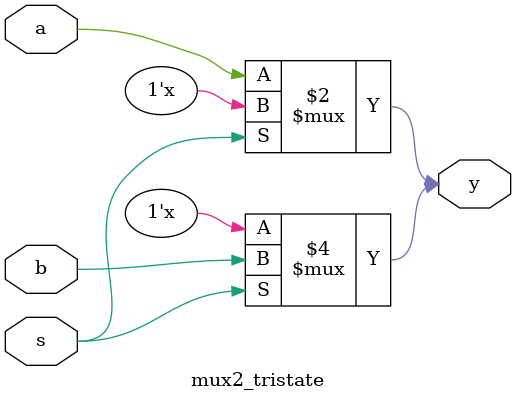
<source format=v>
module mux2_tristate(input a, input b, input s, output y);
assign y = (s == 0) ? a : 1'bz;
assign y = (s == 1) ? b : 1'bz;
endmodule

/*OUTPUT
meenakshi@meenakshi-Inspiron-3501:~/verilog/mux2to1_tristate$ vvp mux2to1_tristate.out
VCD info: dumpfile mux2to1_tristate.vcd opened for output.
$time=0|a=0|b=1|s=0|y=0
$time=10|a=1|b=0|s=0|y=1
$time=20|a=0|b=1|s=1|y=1
$time=30|a=1|b=0|s=1|y=0
mux2to1_tristate_tb.v:19: $finish called at 40 (1s)
*/

</source>
